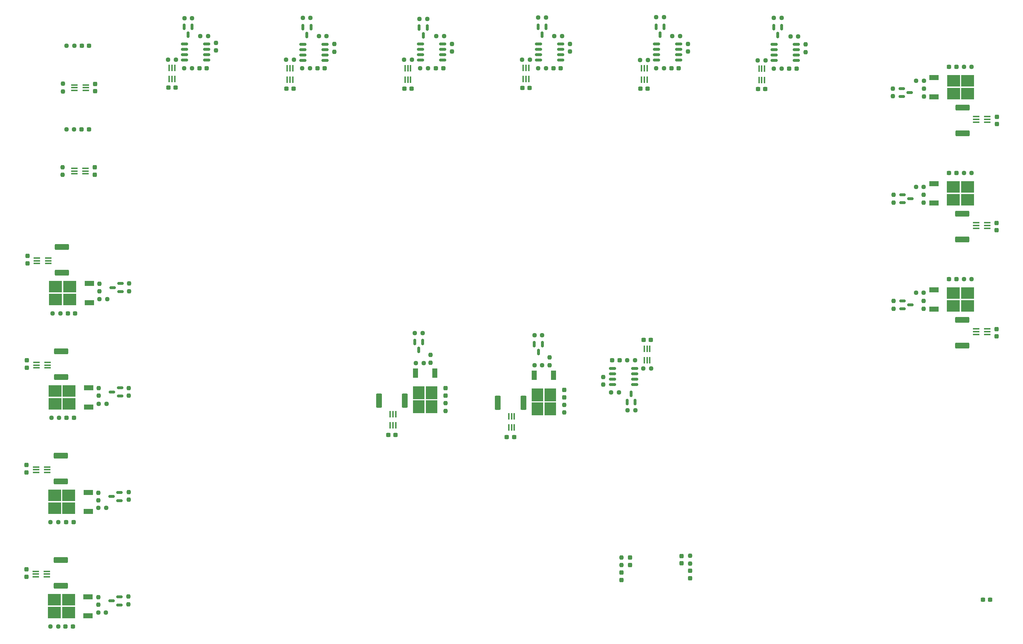
<source format=gtp>
G04 #@! TF.GenerationSoftware,KiCad,Pcbnew,(6.0.7)*
G04 #@! TF.CreationDate,2023-03-20T21:13:55-05:00*
G04 #@! TF.ProjectId,2023 Powerboard,32303233-2050-46f7-9765-72626f617264,rev?*
G04 #@! TF.SameCoordinates,Original*
G04 #@! TF.FileFunction,Paste,Top*
G04 #@! TF.FilePolarity,Positive*
%FSLAX46Y46*%
G04 Gerber Fmt 4.6, Leading zero omitted, Abs format (unit mm)*
G04 Created by KiCad (PCBNEW (6.0.7)) date 2023-03-20 21:13:55*
%MOMM*%
%LPD*%
G01*
G04 APERTURE LIST*
G04 Aperture macros list*
%AMRoundRect*
0 Rectangle with rounded corners*
0 $1 Rounding radius*
0 $2 $3 $4 $5 $6 $7 $8 $9 X,Y pos of 4 corners*
0 Add a 4 corners polygon primitive as box body*
4,1,4,$2,$3,$4,$5,$6,$7,$8,$9,$2,$3,0*
0 Add four circle primitives for the rounded corners*
1,1,$1+$1,$2,$3*
1,1,$1+$1,$4,$5*
1,1,$1+$1,$6,$7*
1,1,$1+$1,$8,$9*
0 Add four rect primitives between the rounded corners*
20,1,$1+$1,$2,$3,$4,$5,0*
20,1,$1+$1,$4,$5,$6,$7,0*
20,1,$1+$1,$6,$7,$8,$9,0*
20,1,$1+$1,$8,$9,$2,$3,0*%
G04 Aperture macros list end*
%ADD10RoundRect,0.237500X-0.287500X-0.237500X0.287500X-0.237500X0.287500X0.237500X-0.287500X0.237500X0*%
%ADD11RoundRect,0.237500X0.237500X-0.250000X0.237500X0.250000X-0.237500X0.250000X-0.237500X-0.250000X0*%
%ADD12RoundRect,0.237500X0.250000X0.237500X-0.250000X0.237500X-0.250000X-0.237500X0.250000X-0.237500X0*%
%ADD13RoundRect,0.150000X0.587500X0.150000X-0.587500X0.150000X-0.587500X-0.150000X0.587500X-0.150000X0*%
%ADD14RoundRect,0.237500X-0.250000X-0.237500X0.250000X-0.237500X0.250000X0.237500X-0.250000X0.237500X0*%
%ADD15RoundRect,0.249999X0.450001X1.425001X-0.450001X1.425001X-0.450001X-1.425001X0.450001X-1.425001X0*%
%ADD16RoundRect,0.237500X-0.237500X0.250000X-0.237500X-0.250000X0.237500X-0.250000X0.237500X0.250000X0*%
%ADD17R,0.400000X1.500000*%
%ADD18RoundRect,0.237500X0.287500X0.237500X-0.287500X0.237500X-0.287500X-0.237500X0.287500X-0.237500X0*%
%ADD19RoundRect,0.249999X1.425001X-0.450001X1.425001X0.450001X-1.425001X0.450001X-1.425001X-0.450001X0*%
%ADD20RoundRect,0.237500X0.300000X0.237500X-0.300000X0.237500X-0.300000X-0.237500X0.300000X-0.237500X0*%
%ADD21RoundRect,0.150000X-0.150000X0.587500X-0.150000X-0.587500X0.150000X-0.587500X0.150000X0.587500X0*%
%ADD22R,1.500000X0.400000*%
%ADD23RoundRect,0.150000X0.675000X0.150000X-0.675000X0.150000X-0.675000X-0.150000X0.675000X-0.150000X0*%
%ADD24RoundRect,0.237500X-0.237500X0.300000X-0.237500X-0.300000X0.237500X-0.300000X0.237500X0.300000X0*%
%ADD25RoundRect,0.150000X-0.587500X-0.150000X0.587500X-0.150000X0.587500X0.150000X-0.587500X0.150000X0*%
%ADD26RoundRect,0.237500X-0.300000X-0.237500X0.300000X-0.237500X0.300000X0.237500X-0.300000X0.237500X0*%
%ADD27RoundRect,0.237500X0.237500X-0.300000X0.237500X0.300000X-0.237500X0.300000X-0.237500X-0.300000X0*%
%ADD28R,2.750000X3.050000*%
%ADD29R,1.200000X2.200000*%
%ADD30R,3.050000X2.750000*%
%ADD31R,2.200000X1.200000*%
%ADD32RoundRect,0.237500X0.237500X-0.287500X0.237500X0.287500X-0.237500X0.287500X-0.237500X-0.287500X0*%
%ADD33RoundRect,0.249999X-1.425001X0.450001X-1.425001X-0.450001X1.425001X-0.450001X1.425001X0.450001X0*%
%ADD34RoundRect,0.150000X0.150000X-0.587500X0.150000X0.587500X-0.150000X0.587500X-0.150000X-0.587500X0*%
%ADD35RoundRect,0.237500X-0.237500X0.287500X-0.237500X-0.287500X0.237500X-0.287500X0.237500X0.287500X0*%
%ADD36RoundRect,0.150000X-0.675000X-0.150000X0.675000X-0.150000X0.675000X0.150000X-0.675000X0.150000X0*%
G04 APERTURE END LIST*
D10*
X244705500Y-67498000D03*
X246455500Y-67498000D03*
D11*
X125475400Y-123860600D03*
X125475400Y-122035600D03*
D12*
X120037900Y-105422100D03*
X118212900Y-105422100D03*
D11*
X238743700Y-49360500D03*
X238743700Y-47535500D03*
D13*
X48302400Y-145122900D03*
X48302400Y-143222900D03*
X46427400Y-144172900D03*
D14*
X118466900Y-112534100D03*
X120291900Y-112534100D03*
D15*
X143915900Y-121932100D03*
X137815900Y-121932100D03*
D16*
X43529500Y-93741200D03*
X43529500Y-95566200D03*
D14*
X63603500Y-42672000D03*
X65428500Y-42672000D03*
D12*
X149248500Y-30721086D03*
X147423500Y-30721086D03*
D16*
X162811500Y-115827100D03*
X162811500Y-117652100D03*
D17*
X173875500Y-109201300D03*
X173225500Y-109201300D03*
X172575500Y-109201300D03*
X172575500Y-111861300D03*
X173225500Y-111861300D03*
X173875500Y-111861300D03*
D18*
X37523000Y-125478500D03*
X35773000Y-125478500D03*
D11*
X154931000Y-38758500D03*
X154931000Y-36933500D03*
D18*
X124940000Y-42672000D03*
X123190000Y-42672000D03*
D11*
X50514500Y-120295000D03*
X50514500Y-118470000D03*
D14*
X43379000Y-122176500D03*
X45204000Y-122176500D03*
D12*
X65479300Y-30827561D03*
X63654300Y-30827561D03*
D19*
X34366200Y-165341600D03*
X34366200Y-159241600D03*
D14*
X172313000Y-113833300D03*
X174138000Y-113833300D03*
D12*
X93508200Y-30783500D03*
X91683200Y-30783500D03*
X153049500Y-35052000D03*
X151224500Y-35052000D03*
D17*
X143876000Y-45272000D03*
X144526000Y-45272000D03*
X145176000Y-45272000D03*
X145176000Y-42612000D03*
X144526000Y-42612000D03*
X143876000Y-42612000D03*
D14*
X164693000Y-119533600D03*
X166518000Y-119533600D03*
D20*
X117448500Y-47498000D03*
X115723500Y-47498000D03*
D11*
X71120000Y-38504500D03*
X71120000Y-36679500D03*
X210771700Y-38854000D03*
X210771700Y-37029000D03*
D10*
X164984500Y-111913600D03*
X166734500Y-111913600D03*
D20*
X89508500Y-47498000D03*
X87783500Y-47498000D03*
D21*
X121158000Y-33020000D03*
X119258000Y-33020000D03*
X120208000Y-34895000D03*
D12*
X250049000Y-92644000D03*
X248224000Y-92644000D03*
D21*
X148419900Y-108040600D03*
X146519900Y-108040600D03*
X147469900Y-109915600D03*
D11*
X182880000Y-38758500D03*
X182880000Y-36933500D03*
D12*
X61618500Y-40640000D03*
X59793500Y-40640000D03*
D18*
X152767000Y-42672000D03*
X151017000Y-42672000D03*
D17*
X199707700Y-45479800D03*
X200357700Y-45479800D03*
X201007700Y-45479800D03*
X201007700Y-42819800D03*
X200357700Y-42819800D03*
X199707700Y-42819800D03*
D18*
X41102500Y-37386300D03*
X39352500Y-37386300D03*
D12*
X173378500Y-40752300D03*
X171553500Y-40752300D03*
D10*
X244726700Y-42352000D03*
X246476700Y-42352000D03*
D14*
X31929700Y-174991600D03*
X33754700Y-174991600D03*
D20*
X61568500Y-47244000D03*
X59843500Y-47244000D03*
X141728400Y-130060100D03*
X140003400Y-130060100D03*
D18*
X208598700Y-42767500D03*
X206848700Y-42767500D03*
X180707000Y-42672000D03*
X178957000Y-42672000D03*
D17*
X140469900Y-127834100D03*
X141119900Y-127834100D03*
X141769900Y-127834100D03*
X141769900Y-125174100D03*
X141119900Y-125174100D03*
X140469900Y-125174100D03*
D22*
X253789700Y-55448000D03*
X253789700Y-54798000D03*
X253789700Y-54148000D03*
X251129700Y-54148000D03*
X251129700Y-54798000D03*
X251129700Y-55448000D03*
D23*
X68919000Y-40767000D03*
X68919000Y-39497000D03*
X68919000Y-38227000D03*
X68919000Y-36957000D03*
X63669000Y-36957000D03*
X63669000Y-38227000D03*
X63669000Y-39497000D03*
X63669000Y-40767000D03*
D11*
X238722500Y-99652500D03*
X238722500Y-97827500D03*
D19*
X34639500Y-91099700D03*
X34639500Y-84999700D03*
D18*
X96887000Y-42672000D03*
X95137000Y-42672000D03*
D11*
X167132000Y-160424500D03*
X167132000Y-158599500D03*
D16*
X231610500Y-97827500D03*
X231610500Y-99652500D03*
D11*
X238722500Y-74506500D03*
X238722500Y-72681500D03*
D24*
X42467500Y-66193500D03*
X42467500Y-67918500D03*
D25*
X233488200Y-47498000D03*
X233488200Y-49398000D03*
X235363200Y-48448000D03*
D17*
X60056000Y-45272000D03*
X60706000Y-45272000D03*
X61356000Y-45272000D03*
X61356000Y-42612000D03*
X60706000Y-42612000D03*
X60056000Y-42612000D03*
D26*
X172363000Y-107087600D03*
X174088000Y-107087600D03*
D25*
X233721000Y-72644000D03*
X233721000Y-74544000D03*
X235596000Y-73594000D03*
D24*
X42513500Y-46429800D03*
X42513500Y-48154800D03*
D21*
X149277000Y-32844500D03*
X147377000Y-32844500D03*
X148327000Y-34719500D03*
D24*
X255994500Y-104481500D03*
X255994500Y-106206500D03*
D27*
X26238200Y-163154100D03*
X26238200Y-161429100D03*
D12*
X238720600Y-70852700D03*
X236895600Y-70852700D03*
D20*
X201220200Y-47593500D03*
X199495200Y-47593500D03*
D27*
X26384500Y-113641000D03*
X26384500Y-111916000D03*
X26511500Y-88912200D03*
X26511500Y-87187200D03*
D14*
X32457000Y-100749700D03*
X34282000Y-100749700D03*
D16*
X43402500Y-118470000D03*
X43402500Y-120295000D03*
X231386700Y-47505300D03*
X231386700Y-49330300D03*
D12*
X208993700Y-35147500D03*
X207168700Y-35147500D03*
D28*
X122174400Y-119563100D03*
X119124400Y-122913100D03*
X122174400Y-122913100D03*
X119124400Y-119563100D03*
D29*
X122929400Y-114938100D03*
X118369400Y-114938100D03*
D15*
X115825400Y-121424100D03*
X109725400Y-121424100D03*
D30*
X33023500Y-119127500D03*
X36373500Y-122177500D03*
X33023500Y-122177500D03*
X36373500Y-119127500D03*
D31*
X40998500Y-122932500D03*
X40998500Y-118372500D03*
D22*
X253768500Y-80594000D03*
X253768500Y-79944000D03*
X253768500Y-79294000D03*
X251108500Y-79294000D03*
X251108500Y-79944000D03*
X251108500Y-80594000D03*
D24*
X169164000Y-158649500D03*
X169164000Y-160374500D03*
D12*
X250070200Y-42352000D03*
X248245200Y-42352000D03*
D20*
X173328500Y-47498000D03*
X171603500Y-47498000D03*
D12*
X148382400Y-105930100D03*
X146557400Y-105930100D03*
D30*
X245751500Y-70799000D03*
X249101500Y-73849000D03*
X245751500Y-73849000D03*
X249101500Y-70799000D03*
D31*
X241126500Y-70044000D03*
X241126500Y-74604000D03*
D16*
X43256200Y-167983100D03*
X43256200Y-169808100D03*
D12*
X117498500Y-40640000D03*
X115673500Y-40640000D03*
X125118500Y-35052000D03*
X123293500Y-35052000D03*
D16*
X231610500Y-72681500D03*
X231610500Y-74506500D03*
D30*
X36271900Y-146967900D03*
X32921900Y-146967900D03*
X36271900Y-143917900D03*
X32921900Y-143917900D03*
D31*
X40896900Y-147722900D03*
X40896900Y-143162900D03*
D12*
X121129500Y-31017481D03*
X119304500Y-31017481D03*
D13*
X48404000Y-120332500D03*
X48404000Y-118432500D03*
X46529000Y-119382500D03*
D25*
X233721000Y-97790000D03*
X233721000Y-99690000D03*
X235596000Y-98740000D03*
D14*
X203255200Y-42767500D03*
X205080200Y-42767500D03*
D23*
X208570700Y-40862500D03*
X208570700Y-39592500D03*
X208570700Y-38322500D03*
X208570700Y-37052500D03*
X203320700Y-37052500D03*
X203320700Y-38322500D03*
X203320700Y-39592500D03*
X203320700Y-40862500D03*
D18*
X37421400Y-150268900D03*
X35671400Y-150268900D03*
D21*
X205117700Y-32940000D03*
X203217700Y-32940000D03*
X204167700Y-34815000D03*
D20*
X113637900Y-129552100D03*
X111912900Y-129552100D03*
D14*
X91543500Y-42672000D03*
X93368500Y-42672000D03*
D18*
X37800500Y-100749700D03*
X36050500Y-100749700D03*
D11*
X153565900Y-124265100D03*
X153565900Y-122440100D03*
D23*
X152730000Y-40767000D03*
X152730000Y-39497000D03*
X152730000Y-38227000D03*
X152730000Y-36957000D03*
X147480000Y-36957000D03*
X147480000Y-38227000D03*
X147480000Y-39497000D03*
X147480000Y-40767000D03*
D16*
X34893500Y-46379800D03*
X34893500Y-48204800D03*
D30*
X245751500Y-95945000D03*
X249101500Y-98995000D03*
X249101500Y-95945000D03*
X245751500Y-98995000D03*
D31*
X241126500Y-95190000D03*
X241126500Y-99750000D03*
D14*
X175363500Y-42672000D03*
X177188500Y-42672000D03*
D26*
X252725500Y-168642500D03*
X254450500Y-168642500D03*
D21*
X177226000Y-32844500D03*
X175326000Y-32844500D03*
X176276000Y-34719500D03*
D22*
X28464200Y-161895600D03*
X28464200Y-162545600D03*
X28464200Y-163195600D03*
X31124200Y-163195600D03*
X31124200Y-162545600D03*
X31124200Y-161895600D03*
X28610500Y-112382500D03*
X28610500Y-113032500D03*
X28610500Y-113682500D03*
X31270500Y-113682500D03*
X31270500Y-113032500D03*
X31270500Y-112382500D03*
D13*
X48531000Y-95603700D03*
X48531000Y-93703700D03*
X46656000Y-94653700D03*
D23*
X124799000Y-40767000D03*
X124799000Y-39497000D03*
X124799000Y-38227000D03*
X124799000Y-36957000D03*
X119549000Y-36957000D03*
X119549000Y-38227000D03*
X119549000Y-39497000D03*
X119549000Y-40767000D03*
D12*
X89558500Y-40640000D03*
X87733500Y-40640000D03*
D32*
X167132000Y-163943000D03*
X167132000Y-162193000D03*
D19*
X34512500Y-115828500D03*
X34512500Y-109728500D03*
D33*
X247866500Y-77148000D03*
X247866500Y-83248000D03*
D17*
X171928000Y-45384300D03*
X172578000Y-45384300D03*
X173228000Y-45384300D03*
X173228000Y-42724300D03*
X172578000Y-42724300D03*
X171928000Y-42724300D03*
D14*
X32179500Y-125478500D03*
X34004500Y-125478500D03*
D32*
X183388000Y-163535500D03*
X183388000Y-161785500D03*
D14*
X119483500Y-42672000D03*
X121308500Y-42672000D03*
D18*
X68947000Y-42672000D03*
X67197000Y-42672000D03*
D23*
X96998700Y-40816500D03*
X96998700Y-39546500D03*
X96998700Y-38276500D03*
X96998700Y-37006500D03*
X91748700Y-37006500D03*
X91748700Y-38276500D03*
X91748700Y-39546500D03*
X91748700Y-40816500D03*
D34*
X168465500Y-121741100D03*
X170365500Y-121741100D03*
X169415500Y-119866100D03*
D12*
X238720600Y-95895200D03*
X236895600Y-95895200D03*
D13*
X48257700Y-169845600D03*
X48257700Y-167945600D03*
X46382700Y-168895600D03*
D11*
X50539900Y-95515400D03*
X50539900Y-93690400D03*
D24*
X255994500Y-79335500D03*
X255994500Y-81060500D03*
D12*
X145454900Y-40640000D03*
X143629900Y-40640000D03*
D35*
X125475400Y-118517100D03*
X125475400Y-120267100D03*
D12*
X170328000Y-111913600D03*
X168503000Y-111913600D03*
D14*
X43258100Y-171687700D03*
X45083100Y-171687700D03*
D21*
X65466000Y-32844500D03*
X63566000Y-32844500D03*
X64516000Y-34719500D03*
D22*
X253768500Y-105740000D03*
X253768500Y-105090000D03*
X253768500Y-104440000D03*
X251108500Y-104440000D03*
X251108500Y-105090000D03*
X251108500Y-105740000D03*
D12*
X238741800Y-45654000D03*
X236916800Y-45654000D03*
D21*
X120075400Y-107532600D03*
X118175400Y-107532600D03*
X119125400Y-109407600D03*
D11*
X50368200Y-169706500D03*
X50368200Y-167881500D03*
D12*
X69238500Y-35052000D03*
X67413500Y-35052000D03*
D14*
X43277400Y-146839900D03*
X45102400Y-146839900D03*
X168581600Y-123750000D03*
X170406600Y-123750000D03*
D36*
X165012500Y-113818600D03*
X165012500Y-115088600D03*
X165012500Y-116358600D03*
X165012500Y-117628600D03*
X170262500Y-117628600D03*
X170262500Y-116358600D03*
X170262500Y-115088600D03*
X170262500Y-113818600D03*
D22*
X40241500Y-67706000D03*
X40241500Y-67056000D03*
X40241500Y-66406000D03*
X37581500Y-66406000D03*
X37581500Y-67056000D03*
X37581500Y-67706000D03*
D14*
X147423500Y-42672000D03*
X149248500Y-42672000D03*
D30*
X36500500Y-94398700D03*
X33150500Y-94398700D03*
X36500500Y-97448700D03*
X33150500Y-97448700D03*
D31*
X41125500Y-98203700D03*
X41125500Y-93643700D03*
D16*
X43300900Y-143260400D03*
X43300900Y-145085400D03*
D11*
X127000000Y-38758500D03*
X127000000Y-36933500D03*
D14*
X35713000Y-57150000D03*
X37538000Y-57150000D03*
D30*
X36227200Y-168640600D03*
X36227200Y-171690600D03*
X32877200Y-168640600D03*
X32877200Y-171690600D03*
D31*
X40852200Y-172445600D03*
X40852200Y-167885600D03*
D24*
X256015700Y-54189500D03*
X256015700Y-55914500D03*
D12*
X97318200Y-35101500D03*
X95493200Y-35101500D03*
D27*
X26282900Y-138431400D03*
X26282900Y-136706400D03*
D22*
X40287500Y-47942300D03*
X40287500Y-47292300D03*
X40287500Y-46642300D03*
X37627500Y-46642300D03*
X37627500Y-47292300D03*
X37627500Y-47942300D03*
D12*
X201270200Y-40847800D03*
X199445200Y-40847800D03*
D19*
X34410900Y-140618900D03*
X34410900Y-134518900D03*
D11*
X121919400Y-112430600D03*
X121919400Y-110605600D03*
D17*
X115927000Y-45377919D03*
X116577000Y-45377919D03*
X117227000Y-45377919D03*
X117227000Y-42717919D03*
X116577000Y-42717919D03*
X115927000Y-42717919D03*
D11*
X99199700Y-38808000D03*
X99199700Y-36983000D03*
D33*
X247887700Y-52002000D03*
X247887700Y-58102000D03*
D14*
X43531400Y-97396900D03*
X45356400Y-97396900D03*
D12*
X205052400Y-30778700D03*
X203227400Y-30778700D03*
D28*
X150264900Y-123421100D03*
X150264900Y-120071100D03*
X147214900Y-123421100D03*
X147214900Y-120071100D03*
D29*
X151019900Y-115446100D03*
X146459900Y-115446100D03*
D17*
X87996000Y-45376400D03*
X88646000Y-45376400D03*
X89296000Y-45376400D03*
X89296000Y-42716400D03*
X88646000Y-42716400D03*
X87996000Y-42716400D03*
D22*
X28737500Y-87653700D03*
X28737500Y-88303700D03*
X28737500Y-88953700D03*
X31397500Y-88953700D03*
X31397500Y-88303700D03*
X31397500Y-87653700D03*
D16*
X34847500Y-66143500D03*
X34847500Y-67968500D03*
D20*
X145388500Y-47340586D03*
X143663500Y-47340586D03*
D23*
X180679000Y-40767000D03*
X180679000Y-39497000D03*
X180679000Y-38227000D03*
X180679000Y-36957000D03*
X175429000Y-36957000D03*
X175429000Y-38227000D03*
X175429000Y-39497000D03*
X175429000Y-40767000D03*
D14*
X146557400Y-113042100D03*
X148382400Y-113042100D03*
D18*
X41056500Y-57150000D03*
X39306500Y-57150000D03*
D11*
X50514500Y-144933000D03*
X50514500Y-143108000D03*
D16*
X183388000Y-158192000D03*
X183388000Y-160017000D03*
D12*
X177188500Y-30632400D03*
X175363500Y-30632400D03*
X180998500Y-35052000D03*
X179173500Y-35052000D03*
D10*
X244705500Y-92644000D03*
X246455500Y-92644000D03*
D17*
X112379400Y-127326100D03*
X113029400Y-127326100D03*
X113679400Y-127326100D03*
X113679400Y-124666100D03*
X113029400Y-124666100D03*
X112379400Y-124666100D03*
D22*
X28508900Y-137172900D03*
X28508900Y-137822900D03*
X28508900Y-138472900D03*
X31168900Y-138472900D03*
X31168900Y-137822900D03*
X31168900Y-137172900D03*
D30*
X245772700Y-48703000D03*
X249122700Y-45653000D03*
X245772700Y-45653000D03*
X249122700Y-48703000D03*
D31*
X241147700Y-44898000D03*
X241147700Y-49458000D03*
D12*
X250049000Y-67498000D03*
X248224000Y-67498000D03*
D33*
X247866500Y-102294000D03*
X247866500Y-108394000D03*
D14*
X31974400Y-150268900D03*
X33799400Y-150268900D03*
D35*
X153565900Y-118921600D03*
X153565900Y-120671600D03*
D14*
X35759000Y-37386300D03*
X37584000Y-37386300D03*
D24*
X181356000Y-158242000D03*
X181356000Y-159967000D03*
D11*
X150162300Y-113040200D03*
X150162300Y-111215200D03*
D21*
X93612900Y-32962300D03*
X91712900Y-32962300D03*
X92662900Y-34837300D03*
D18*
X37273200Y-174991600D03*
X35523200Y-174991600D03*
M02*

</source>
